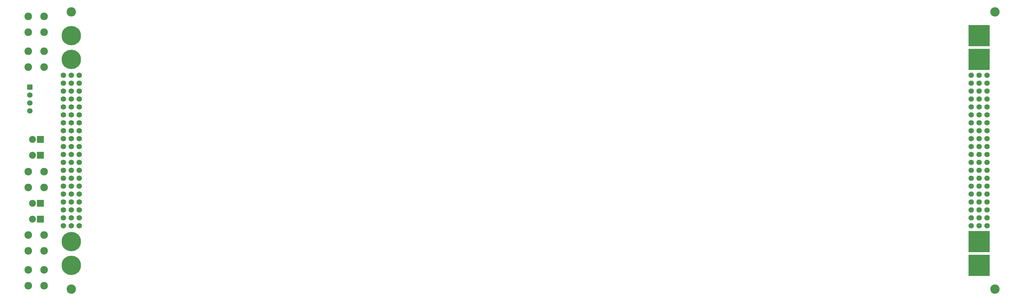
<source format=gbs>
G04 Layer_Color=8150272*
%FSLAX43Y43*%
%MOMM*%
G71*
G01*
G75*
%ADD28C,1.727*%
G04:AMPARAMS|DCode=29|XSize=1.727mm|YSize=1.727mm|CornerRadius=0.254mm|HoleSize=0mm|Usage=FLASHONLY|Rotation=270.000|XOffset=0mm|YOffset=0mm|HoleType=Round|Shape=RoundedRectangle|*
%AMROUNDEDRECTD29*
21,1,1.727,1.219,0,0,270.0*
21,1,1.219,1.727,0,0,270.0*
1,1,0.508,-0.610,-0.610*
1,1,0.508,-0.610,0.610*
1,1,0.508,0.610,0.610*
1,1,0.508,0.610,-0.610*
%
%ADD29ROUNDEDRECTD29*%
%ADD30C,2.203*%
%ADD31R,2.203X2.203*%
%ADD32C,3.003*%
%ADD33C,6.203*%
%ADD34R,6.807X6.807*%
%ADD35C,2.453*%
D28*
X5588Y61087D02*
D03*
Y63627D02*
D03*
Y66167D02*
D03*
X16383Y24257D02*
D03*
X18923D02*
D03*
X21463D02*
D03*
X16383Y26797D02*
D03*
X18923D02*
D03*
X21463D02*
D03*
X16383Y29337D02*
D03*
X21463D02*
D03*
X18923D02*
D03*
X16383Y31877D02*
D03*
X18923D02*
D03*
X21463D02*
D03*
X16383Y34417D02*
D03*
X18923D02*
D03*
X21463D02*
D03*
Y47117D02*
D03*
X18923D02*
D03*
X16383D02*
D03*
X21463Y44577D02*
D03*
X18923D02*
D03*
X16383D02*
D03*
X18923Y42037D02*
D03*
X21463D02*
D03*
X16383D02*
D03*
X21463Y39497D02*
D03*
X18923D02*
D03*
X16383D02*
D03*
X21463Y36957D02*
D03*
X18923D02*
D03*
X16383D02*
D03*
Y62357D02*
D03*
X18923D02*
D03*
X21463D02*
D03*
X16383Y64897D02*
D03*
X18923D02*
D03*
X21463D02*
D03*
X16383Y67437D02*
D03*
X21463D02*
D03*
X18923D02*
D03*
X16383Y69977D02*
D03*
X18923D02*
D03*
X21463D02*
D03*
X16383Y72517D02*
D03*
X18923D02*
D03*
X21463D02*
D03*
Y59817D02*
D03*
X18923D02*
D03*
X16383D02*
D03*
X21463Y57277D02*
D03*
X18923D02*
D03*
X16383D02*
D03*
X18923Y54737D02*
D03*
X21463D02*
D03*
X16383D02*
D03*
X21463Y52197D02*
D03*
X18923D02*
D03*
X16383D02*
D03*
X21463Y49657D02*
D03*
X18923D02*
D03*
X16383D02*
D03*
X312547Y49653D02*
D03*
X310007D02*
D03*
X307467D02*
D03*
X312547Y52193D02*
D03*
X310007D02*
D03*
X307467D02*
D03*
X312547Y54733D02*
D03*
X310007D02*
D03*
X307467D02*
D03*
X312547Y57273D02*
D03*
X310007D02*
D03*
X307467D02*
D03*
X312547Y59813D02*
D03*
X310007D02*
D03*
X307467D02*
D03*
X312547Y62353D02*
D03*
X310007D02*
D03*
X307467D02*
D03*
X312547Y64893D02*
D03*
X310007D02*
D03*
X307467D02*
D03*
X312547Y67433D02*
D03*
X310007D02*
D03*
X307467D02*
D03*
X312547Y69973D02*
D03*
X310007D02*
D03*
X307467D02*
D03*
X312547Y72513D02*
D03*
X310007D02*
D03*
X307467D02*
D03*
X312547Y47113D02*
D03*
X310007D02*
D03*
X307467D02*
D03*
X312547Y44573D02*
D03*
X310007D02*
D03*
X307467D02*
D03*
X312547Y42033D02*
D03*
Y39493D02*
D03*
Y36953D02*
D03*
Y34413D02*
D03*
Y31873D02*
D03*
Y29333D02*
D03*
Y26793D02*
D03*
Y24253D02*
D03*
X307467D02*
D03*
Y26793D02*
D03*
X310007D02*
D03*
Y24253D02*
D03*
Y29333D02*
D03*
X307467D02*
D03*
X310007Y31873D02*
D03*
X307467D02*
D03*
X310007Y34413D02*
D03*
X307467D02*
D03*
X310007Y36953D02*
D03*
X307467D02*
D03*
Y39493D02*
D03*
X310007Y42033D02*
D03*
Y39493D02*
D03*
X307467Y42033D02*
D03*
Y16633D02*
D03*
Y9013D02*
D03*
X312547Y75053D02*
D03*
Y80133D02*
D03*
X307467Y75053D02*
D03*
X312547Y82673D02*
D03*
Y87753D02*
D03*
X307467Y82673D02*
D03*
X312547Y21713D02*
D03*
Y16633D02*
D03*
Y14093D02*
D03*
Y9013D02*
D03*
D29*
X5588Y68707D02*
D03*
D30*
X6477Y31496D02*
D03*
Y26416D02*
D03*
Y46863D02*
D03*
Y51943D02*
D03*
D31*
X9017Y31496D02*
D03*
Y26416D02*
D03*
Y46863D02*
D03*
Y51943D02*
D03*
D32*
X18923Y92837D02*
D03*
Y3937D02*
D03*
X315087Y3933D02*
D03*
Y92833D02*
D03*
D33*
X18923Y11557D02*
D03*
Y85217D02*
D03*
Y77597D02*
D03*
Y19177D02*
D03*
D34*
X310007Y77593D02*
D03*
Y85213D02*
D03*
Y19173D02*
D03*
Y11553D02*
D03*
D35*
X5080Y16256D02*
D03*
Y21336D02*
D03*
X10160Y16256D02*
D03*
Y21336D02*
D03*
X5080Y5080D02*
D03*
Y10160D02*
D03*
X10160Y5080D02*
D03*
Y10160D02*
D03*
X5080Y86360D02*
D03*
Y91440D02*
D03*
X10160Y86360D02*
D03*
Y91440D02*
D03*
X5080Y75184D02*
D03*
Y80264D02*
D03*
X10160Y75184D02*
D03*
Y80264D02*
D03*
Y36576D02*
D03*
X5080D02*
D03*
X10160Y41656D02*
D03*
X5080D02*
D03*
M02*

</source>
